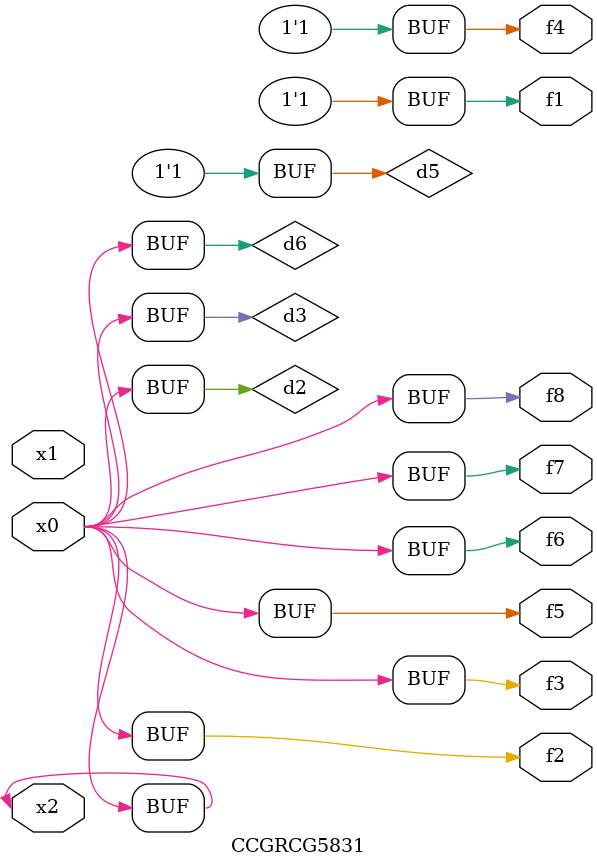
<source format=v>
module CCGRCG5831(
	input x0, x1, x2,
	output f1, f2, f3, f4, f5, f6, f7, f8
);

	wire d1, d2, d3, d4, d5, d6;

	xnor (d1, x2);
	buf (d2, x0, x2);
	and (d3, x0);
	xnor (d4, x1, x2);
	nand (d5, d1, d3);
	buf (d6, d2, d3);
	assign f1 = d5;
	assign f2 = d6;
	assign f3 = d6;
	assign f4 = d5;
	assign f5 = d6;
	assign f6 = d6;
	assign f7 = d6;
	assign f8 = d6;
endmodule

</source>
